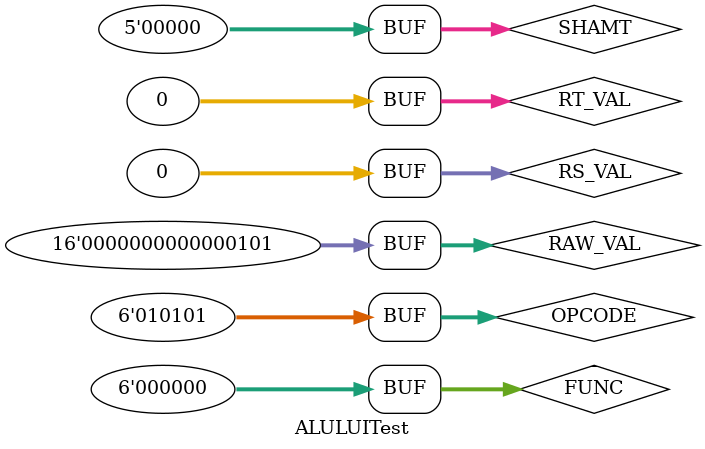
<source format=v>
`timescale 1ns / 1ps


module ALULUITest;

	// Inputs
	reg [5:0] OPCODE;
	reg [31:0] RS_VAL;
	reg [31:0] RT_VAL;
	reg [4:0] SHAMT;
	reg [5:0] FUNC;
	reg [15:0] RAW_VAL;

	// Outputs
	wire [31:0] RESULT;
	wire SIG_B;

	// Instantiate the Unit Under Test (UUT)
	ALU uut (
		.RESULT(RESULT), 
		.SIG_B(SIG_B), 
		.OPCODE(OPCODE), 
		.RS_VAL(RS_VAL), 
		.RT_VAL(RT_VAL), 
		.SHAMT(SHAMT), 
		.FUNC(FUNC), 
		.RAW_VAL(RAW_VAL)
	);

	initial begin
		// Initialize Inputs
		OPCODE = 0;
		RS_VAL = 0;
		RT_VAL = 0;
		SHAMT = 0;
		FUNC = 0;
		RAW_VAL = 0;

		// Wait 100 ns for global reset to finish
		#100;
        
		OPCODE = 6'b010101;
		RS_VAL = 0;
		RT_VAL = 0;
		SHAMT = 0;
		FUNC = 0;
		RAW_VAL = 16'b111;
		#100;
		
		
		OPCODE = 6'b010101;
		RS_VAL = 0;
		RT_VAL = 0;
		SHAMT = 0;
		FUNC = 0;
		RAW_VAL = 16'b1101101100000000;
		#100;
		
		OPCODE = 6'b010101;
		RS_VAL = 0;
		RT_VAL = 0;
		SHAMT = 0;
		FUNC = 0;
		RAW_VAL = 16'b101;
		#100;

	end
      
endmodule


</source>
